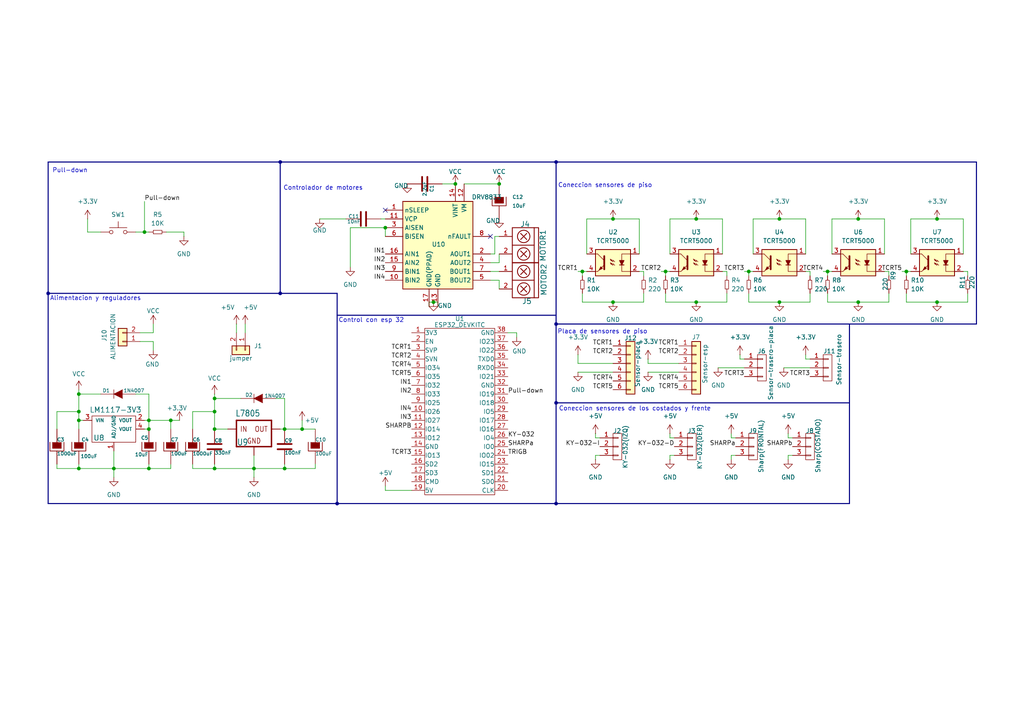
<source format=kicad_sch>
(kicad_sch (version 20231120) (generator "eeschema") (generator_version "8.0")
  (paper "A4")
  (lib_symbols
    (symbol "Connector_Generic:Conn_01x02" (pin_names (offset 1.016) hide)
      (property "Reference" "J" (at 0 2.54 0))
      (property "Value" "Conn_01x02" (at 0 -5.08 0))
      (symbol "Conn_01x02_1_1"
        (pin passive line (at -5.08 0 0) (length 3.81) (name "Pin_1") (number "1"))
        (pin passive line (at -5.08 -2.54 0) (length 3.81) (name "Pin_2") (number "2"))
      )
    )
    (symbol "EESTN5:C" (pin_numbers hide) (pin_names (offset 0.254))
      (property "Reference" "C" (at 0 2.54 0))
      (property "Value" "C" (at 0.1524 -2.159 0))
      (symbol "C_1_1"
        (pin passive line (at 0 5.08 270) (length 4.318) (name "~") (number "1"))
        (pin passive line (at 0 -5.08 90) (length 4.318) (name "~") (number "2"))
      )
    )
    (symbol "EESTN5:CAPAPOL" (pin_numbers hide) (pin_names (offset 0.254) hide)
      (property "Reference" "C" (at 1.27 2.54 0))
      (property "Value" "CAPAPOL" (at 1.27 -2.54 0))
      (symbol "CAPAPOL_1_1"
        (pin passive line (at 0 5.08 270) (length 3.81) (name "~") (number "1"))
        (pin passive line (at 0 -5.08 90) (length 3.81) (name "~") (number "2"))
      )
    )
    (symbol "EESTN5:CONN_01X03" (pin_names (offset 1.016) hide)
      (property "Reference" "J" (at 0 5.08 0))
      (property "Value" "CONN_01X03" (at 2.54 0 90))
      (symbol "CONN_01X03_1_1"
        (pin passive line (at -5.08 2.54 0) (length 3.81) (name "P1") (number "1"))
        (pin passive line (at -5.08 0 0) (length 3.81) (name "P2") (number "2"))
        (pin passive line (at -5.08 -2.54 0) (length 3.81) (name "P3") (number "3"))
      )
    )
    (symbol "EESTN5:Conn_01x06" (pin_names (offset 1.016) hide)
      (property "Reference" "J" (at 0 7.62 0))
      (property "Value" "Conn_01x06" (at 0 -10.16 0))
      (symbol "Conn_01x06_1_1"
        (pin passive line (at -5.08 5.08 0) (length 3.81) (name "Pin_1") (number "1"))
        (pin passive line (at -5.08 2.54 0) (length 3.81) (name "Pin_2") (number "2"))
        (pin passive line (at -5.08 0 0) (length 3.81) (name "Pin_3") (number "3"))
        (pin passive line (at -5.08 -2.54 0) (length 3.81) (name "Pin_4") (number "4"))
        (pin passive line (at -5.08 -5.08 0) (length 3.81) (name "Pin_5") (number "5"))
        (pin passive line (at -5.08 -7.62 0) (length 3.81) (name "Pin_6") (number "6"))
      )
    )
    (symbol "EESTN5:DIODE" (pin_numbers hide) (pin_names (offset 1.016) hide)
      (property "Reference" "D" (at 0 2.54 0))
      (property "Value" "DIODE" (at 0 -2.54 0))
      (symbol "DIODE_1_1"
        (pin passive line (at -5.08 0 0) (length 3.81) (name "A") (number "1"))
        (pin passive line (at 5.08 0 180) (length 3.81) (name "K") (number "2"))
      )
    )
    (symbol "EESTN5:DRV8833_SMD"
      (property "Reference" "U" (at 0 13.716 0))
      (symbol "DRV8833_SMD_1_1"
        (pin input line (at -15.24 10.16 0) (length 5.08) (name "nSLEEP") (number "1"))
        (pin input line (at -15.24 -10.16 0) (length 5.08) (name "BIN2") (number "10"))
        (pin bidirectional line (at -15.24 7.62 0) (length 5.08) (name "VCP") (number "11"))
        (pin power_in line (at 7.62 17.78 270) (length 5.08) (name "VM") (number "12"))
        (pin power_in line (at 0 -17.78 90) (length 5.08) (name "GND") (number "13"))
        (pin power_in line (at 5.08 17.78 270) (length 5.08) (name "VINT") (number "14"))
        (pin input line (at -15.24 -5.08 0) (length 5.08) (name "AIN2") (number "15"))
        (pin input line (at -15.24 -2.54 0) (length 5.08) (name "AIN1") (number "16"))
        (pin power_in line (at -2.54 -17.78 90) (length 5.08) (name "GND(PPAD)") (number "17"))
        (pin power_out line (at 15.24 -2.54 180) (length 5.08) (name "AOUT1") (number "2"))
        (pin bidirectional line (at -15.24 5.08 0) (length 5.08) (name "AISEN") (number "3"))
        (pin power_out line (at 15.24 -5.08 180) (length 5.08) (name "AOUT2") (number "4"))
        (pin power_out line (at 15.24 -10.16 180) (length 5.08) (name "BOUT2") (number "5"))
        (pin bidirectional line (at -15.24 2.54 0) (length 5.08) (name "BISEN") (number "6"))
        (pin power_out line (at 15.24 -7.62 180) (length 5.08) (name "BOUT1") (number "7"))
        (pin open_collector line (at 15.24 2.54 180) (length 5.08) (name "nFAULT") (number "8"))
        (pin input line (at -15.24 -7.62 0) (length 5.08) (name "BIN1") (number "9"))
      )
    )
    (symbol "EESTN5:ESP32_DEVKITC" (pin_names (offset 0.0254))
      (property "Reference" "U" (at 0 25.4 0))
      (property "Value" "ESP32_DEVKITC" (at 0 -25.4 0))
      (symbol "ESP32_DEVKITC_1_1"
        (pin passive line (at -13.97 22.86 0) (length 3.81) (name "3V3") (number "1"))
        (pin passive line (at -13.97 0 0) (length 3.81) (name "IO26") (number "10"))
        (pin passive line (at -13.97 -2.54 0) (length 3.81) (name "IO27") (number "11"))
        (pin passive line (at -13.97 -5.08 0) (length 3.81) (name "IO14") (number "12"))
        (pin passive line (at -13.97 -7.62 0) (length 3.81) (name "IO12") (number "13"))
        (pin passive line (at -13.97 -10.16 0) (length 3.81) (name "GND") (number "14"))
        (pin passive line (at -13.97 -12.7 0) (length 3.81) (name "IO13") (number "15"))
        (pin passive line (at -13.97 -15.24 0) (length 3.81) (name "SD2") (number "16"))
        (pin passive line (at -13.97 -17.78 0) (length 3.81) (name "SD3") (number "17"))
        (pin passive line (at -13.97 -20.32 0) (length 3.81) (name "CMD") (number "18"))
        (pin passive line (at -13.97 -22.86 0) (length 3.81) (name "5V") (number "19"))
        (pin passive line (at -13.97 20.32 0) (length 3.81) (name "EN") (number "2"))
        (pin passive line (at 13.97 -22.86 180) (length 3.81) (name "CLK") (number "20"))
        (pin passive line (at 13.97 -20.32 180) (length 3.81) (name "SD0") (number "21"))
        (pin passive line (at 13.97 -17.78 180) (length 3.81) (name "SD1") (number "22"))
        (pin passive line (at 13.97 -15.24 180) (length 3.81) (name "IO15") (number "23"))
        (pin passive line (at 13.97 -12.7 180) (length 3.81) (name "IO02") (number "24"))
        (pin passive line (at 13.97 -10.16 180) (length 3.81) (name "IO0") (number "25"))
        (pin passive line (at 13.97 -7.62 180) (length 3.81) (name "IO4") (number "26"))
        (pin passive line (at 13.97 -5.08 180) (length 3.81) (name "IO16") (number "27"))
        (pin passive line (at 13.97 -2.54 180) (length 3.81) (name "IO17") (number "28"))
        (pin passive line (at 13.97 0 180) (length 3.81) (name "IO5") (number "29"))
        (pin passive line (at -13.97 17.78 0) (length 3.81) (name "SVP") (number "3"))
        (pin passive line (at 13.97 2.54 180) (length 3.81) (name "IO18") (number "30"))
        (pin passive line (at 13.97 5.08 180) (length 3.81) (name "IO19") (number "31"))
        (pin passive line (at 13.97 7.62 180) (length 3.81) (name "GND") (number "32"))
        (pin passive line (at 13.97 10.16 180) (length 3.81) (name "IO21") (number "33"))
        (pin passive line (at 13.97 12.7 180) (length 3.81) (name "RXD0") (number "34"))
        (pin passive line (at 13.97 15.24 180) (length 3.81) (name "TXD0") (number "35"))
        (pin passive line (at 13.97 17.78 180) (length 3.81) (name "IO22") (number "36"))
        (pin passive line (at 13.97 20.32 180) (length 3.81) (name "IO23") (number "37"))
        (pin passive line (at 13.97 22.86 180) (length 3.81) (name "GND") (number "38"))
        (pin passive line (at -13.97 15.24 0) (length 3.81) (name "SVN") (number "4"))
        (pin passive line (at -13.97 12.7 0) (length 3.81) (name "IO34") (number "5"))
        (pin passive line (at -13.97 10.16 0) (length 3.81) (name "IO35") (number "6"))
        (pin passive line (at -13.97 7.62 0) (length 3.81) (name "IO32") (number "7"))
        (pin passive line (at -13.97 5.08 0) (length 3.81) (name "IO33") (number "8"))
        (pin passive line (at -13.97 2.54 0) (length 3.81) (name "IO25") (number "9"))
      )
    )
    (symbol "EESTN5:LM1117-SOT" (pin_names (offset 1.016))
      (property "Reference" "U" (at 0 5.08 0))
      (property "Value" "LM1117-SOT" (at 0 2.54 0))
      (property "Datasheet" "http://www.mouser.com/ds/2/282/lm1117-n-7107.pdf" (at 0 0 0))
      (symbol "LM1117-SOT_1_1"
        (pin input line (at 0 -8.89 90) (length 2.54) (name "ADJ/GND") (number "1"))
        (pin input line (at 8.89 0 180) (length 2.54) (name "VOUT") (number "2"))
        (pin input line (at -8.89 0 0) (length 2.54) (name "VIN") (number "3"))
        (pin input line (at 8.89 -2.54 180) (length 2.54) (name "VOUT") (number "4"))
      )
    )
    (symbol "EESTN5:R" (pin_numbers hide) (pin_names (offset 0))
      (property "Reference" "R" (at -1.27 0 90))
      (property "Value" "R" (at 1.27 0 90))
      (symbol "R_1_1"
        (pin passive line (at 0 2.54 270) (length 1.27) (name "~") (number "1"))
        (pin passive line (at 0 -2.54 90) (length 1.27) (name "~") (number "2"))
      )
    )
    (symbol "EESTN5:SW_Push" (pin_numbers hide) (pin_names (offset 1.016) hide)
      (property "Reference" "SW" (at 1.27 2.54 0))
      (symbol "SW_Push_0_1"
        (pin passive line (at -5.08 0 0) (length 2.54) (name "1") (number "1"))
        (pin passive line (at 5.08 0 180) (length 2.54) (name "2") (number "2"))
      )
    )
    (symbol "EESTN5:TB_1X2" (pin_names (offset 1.016))
      (property "Reference" "J" (at 0 7.62 0))
      (property "Value" "TB_1X2" (at 1.27 -7.62 0))
      (symbol "TB_1X2_1_1"
        (pin input line (at 8.89 2.54 180) (length 3.81) (name "~") (number "1"))
        (pin input line (at 8.89 -2.54 180) (length 3.81) (name "~") (number "2"))
      )
    )
    (symbol "EESTN5:TCRT5000" (pin_names (offset 1.016))
      (property "Reference" "U" (at -5.08 5.08 0))
      (property "Value" "TCRT5000" (at 0 5.08 0))
      (symbol "TCRT5000_1_1"
        (pin passive line (at -7.62 2.54 0) (length 2.54) (name "~") (number "1"))
        (pin passive line (at -7.62 -2.54 0) (length 2.54) (name "~") (number "2"))
        (pin passive line (at 7.62 2.54 180) (length 2.54) (name "~") (number "3"))
        (pin passive line (at 7.62 -2.54 180) (length 2.54) (name "~") (number "4"))
      )
    )
    (symbol "bt_regulator:78XX-TO220H"
      (property "Reference" "U" (at -5.08 3.302 0))
      (symbol "78XX-TO220H_1_0"
        (text "GND" (at 0 -4.318 0) (effects (font (size 1.524 1.2954)) (justify bottom)))
        (text "IN" (at -4.064 0 0) (effects (font (size 1.524 1.2954)) (justify left)))
        (text "OUT" (at 4.064 0 0) (effects (font (size 1.524 1.2954)) (justify right)))
        (pin power_in line (at -7.62 0 0) (length 2.54) (name "VIN") (number "1"))
        (pin power_in line (at 0 -7.62 90) (length 2.54) (name "GND") (number "2"))
        (pin power_in line (at 7.62 0 180) (length 2.54) (name "VOUT") (number "3"))
      )
    )
    (symbol "power:+3.3V" (power) (pin_numbers hide) (pin_names (offset 0) hide)
      (property "Value" "+3.3V" (at 0 3.556 0))
      (symbol "+3.3V_1_1"
        (pin power_in line (at 0 0 90) (length 0) (name "~") (number "1"))
      )
    )
    (symbol "power:+5V" (power) (pin_numbers hide) (pin_names (offset 0) hide)
      (property "Value" "+5V" (at 0 3.556 0))
      (symbol "+5V_1_1"
        (pin power_in line (at 0 0 90) (length 0) (name "~") (number "1"))
      )
    )
    (symbol "power:GND" (power) (pin_numbers hide) (pin_names (offset 0) hide)
      (property "Value" "GND" (at 0 -3.81 0))
      (symbol "GND_1_1"
        (pin power_in line (at 0 0 270) (length 0) (name "~") (number "1"))
      )
    )
    (symbol "power:VCC" (power) (pin_numbers hide) (pin_names (offset 0) hide)
      (property "Value" "VCC" (at 0 3.556 0))
      (symbol "VCC_1_1"
        (pin power_in line (at 0 0 90) (length 0) (name "~") (number "1"))
      )
    )
  )
  (junction (at 33.02 135.89))
  (junction (at 201.93 63.5))
  (junction (at 161.29 46.99))
  (junction (at 177.8 87.63))
  (junction (at 262.89 78.74))
  (junction (at 132.08 53.34))
  (junction (at 81.28 46.99))
  (junction (at 240.03 78.74))
  (junction (at 22.86 114.3))
  (junction (at 161.29 116.84))
  (junction (at 62.23 124.46))
  (junction (at 271.78 87.63))
  (junction (at 177.8 63.5))
  (junction (at 248.92 63.5))
  (junction (at 62.23 115.57))
  (junction (at 193.04 78.74))
  (junction (at 226.06 63.5))
  (junction (at 82.55 124.46))
  (junction (at 97.79 146.05))
  (junction (at 248.92 87.63))
  (junction (at 201.93 87.63))
  (junction (at 271.78 63.5))
  (junction (at 62.23 135.89))
  (junction (at 82.55 135.89))
  (junction (at 161.29 146.05))
  (junction (at 22.86 135.89))
  (junction (at 43.18 121.92))
  (junction (at 62.23 119.38))
  (junction (at 125.73 87.63))
  (junction (at 226.06 87.63))
  (junction (at 43.18 124.46))
  (junction (at 111.76 66.04))
  (junction (at 13.97 85.09))
  (junction (at 81.28 85.09))
  (junction (at 49.53 121.92))
  (junction (at 144.78 53.34))
  (junction (at 22.86 121.92))
  (junction (at 217.17 78.74))
  (junction (at 41.91 67.31))
  (junction (at 87.63 124.46))
  (junction (at 22.86 119.38))
  (junction (at 43.18 135.89))
  (junction (at 73.66 135.89))
  (junction (at 168.91 78.74))
  (junction (at 161.29 93.98))
  (no_connect (at 111.76 60.96))
  (no_connect (at 142.24 68.58))
  (wire (pts (xy 142.24 81.28) (xy 144.78 81.28)))
  (wire (pts (xy 241.3 78.74) (xy 240.03 78.74)))
  (wire (pts (xy 186.69 85.09) (xy 186.69 87.63)))
  (wire (pts (xy 111.76 140.97) (xy 111.76 142.24)))
  (wire (pts (xy 22.86 114.3) (xy 29.21 114.3)))
  (bus (pts (xy 13.97 146.05) (xy 97.79 146.05)))
  (wire (pts (xy 186.69 87.63) (xy 177.8 87.63)))
  (wire (pts (xy 124.46 88.9) (xy 124.46 87.63)))
  (wire (pts (xy 217.17 78.74) (xy 217.17 80.01)))
  (wire (pts (xy 271.78 63.5) (xy 279.4 63.5)))
  (wire (pts (xy 172.72 132.08) (xy 172.72 133.35)))
  (wire (pts (xy 33.02 135.89) (xy 33.02 138.43)))
  (bus (pts (xy 161.29 93.98) (xy 283.21 93.98)))
  (wire (pts (xy 71.12 93.98) (xy 71.12 96.52)))
  (wire (pts (xy 25.4 67.31) (xy 29.21 67.31)))
  (wire (pts (xy 167.64 105.41) (xy 177.8 105.41)))
  (wire (pts (xy 82.55 135.89) (xy 91.44 135.89)))
  (wire (pts (xy 241.3 63.5) (xy 241.3 73.66)))
  (wire (pts (xy 210.82 78.74) (xy 210.82 80.01)))
  (wire (pts (xy 144.78 68.58) (xy 143.51 68.58)))
  (wire (pts (xy 193.04 85.09) (xy 193.04 87.63)))
  (wire (pts (xy 229.87 132.08) (xy 228.6 132.08)))
  (bus (pts (xy 161.29 146.05) (xy 97.79 146.05)))
  (wire (pts (xy 195.58 132.08) (xy 194.31 132.08)))
  (wire (pts (xy 170.18 63.5) (xy 177.8 63.5)))
  (wire (pts (xy 101.6 66.04) (xy 101.6 77.47)))
  (wire (pts (xy 87.63 124.46) (xy 91.44 124.46)))
  (wire (pts (xy 43.18 114.3) (xy 43.18 121.92)))
  (wire (pts (xy 62.23 135.89) (xy 73.66 135.89)))
  (wire (pts (xy 193.04 87.63) (xy 201.93 87.63)))
  (wire (pts (xy 215.9 78.74) (xy 217.17 78.74)))
  (wire (pts (xy 22.86 113.03) (xy 22.86 114.3)))
  (bus (pts (xy 13.97 46.99) (xy 13.97 85.09)))
  (wire (pts (xy 80.01 115.57) (xy 82.55 115.57)))
  (wire (pts (xy 228.6 132.08) (xy 228.6 133.35)))
  (wire (pts (xy 172.72 127) (xy 172.72 125.73)))
  (wire (pts (xy 215.9 104.14) (xy 214.63 104.14)))
  (wire (pts (xy 280.67 85.09) (xy 280.67 87.63)))
  (wire (pts (xy 62.23 119.38) (xy 62.23 124.46)))
  (wire (pts (xy 234.95 78.74) (xy 234.95 80.01)))
  (wire (pts (xy 22.86 121.92) (xy 22.86 124.46)))
  (wire (pts (xy 248.92 63.5) (xy 256.54 63.5)))
  (wire (pts (xy 218.44 63.5) (xy 218.44 73.66)))
  (wire (pts (xy 167.64 102.87) (xy 167.64 105.41)))
  (wire (pts (xy 16.51 124.46) (xy 16.51 119.38)))
  (wire (pts (xy 143.51 73.66) (xy 142.24 73.66)))
  (wire (pts (xy 82.55 124.46) (xy 87.63 124.46)))
  (wire (pts (xy 170.18 63.5) (xy 170.18 73.66)))
  (wire (pts (xy 81.28 124.46) (xy 82.55 124.46)))
  (wire (pts (xy 170.18 78.74) (xy 168.91 78.74)))
  (bus (pts (xy 246.38 93.98) (xy 246.38 146.05)))
  (wire (pts (xy 82.55 115.57) (xy 82.55 124.46)))
  (wire (pts (xy 238.76 78.74) (xy 240.03 78.74)))
  (wire (pts (xy 234.95 104.14) (xy 233.68 104.14)))
  (wire (pts (xy 240.03 85.09) (xy 240.03 87.63)))
  (wire (pts (xy 234.95 85.09) (xy 234.95 87.63)))
  (wire (pts (xy 227.33 106.68) (xy 234.95 106.68)))
  (wire (pts (xy 167.64 78.74) (xy 168.91 78.74)))
  (wire (pts (xy 16.51 135.89) (xy 22.86 135.89)))
  (wire (pts (xy 167.64 107.95) (xy 177.8 107.95)))
  (bus (pts (xy 161.29 93.98) (xy 161.29 116.84)))
  (wire (pts (xy 111.76 63.5) (xy 110.49 63.5)))
  (wire (pts (xy 214.63 104.14) (xy 214.63 102.87)))
  (wire (pts (xy 62.23 124.46) (xy 66.04 124.46)))
  (wire (pts (xy 226.06 63.5) (xy 233.68 63.5)))
  (wire (pts (xy 262.89 87.63) (xy 271.78 87.63)))
  (wire (pts (xy 53.34 67.31) (xy 53.34 68.58)))
  (wire (pts (xy 73.66 138.43) (xy 73.66 135.89)))
  (wire (pts (xy 212.09 127) (xy 212.09 125.73)))
  (wire (pts (xy 168.91 78.74) (xy 168.91 80.01)))
  (wire (pts (xy 49.53 121.92) (xy 52.07 121.92)))
  (wire (pts (xy 218.44 63.5) (xy 226.06 63.5)))
  (wire (pts (xy 40.64 96.52) (xy 44.45 96.52)))
  (wire (pts (xy 125.73 87.63) (xy 127 87.63)))
  (wire (pts (xy 217.17 85.09) (xy 217.17 87.63)))
  (wire (pts (xy 62.23 135.89) (xy 62.23 134.62)))
  (wire (pts (xy 22.86 119.38) (xy 22.86 121.92)))
  (wire (pts (xy 111.76 142.24) (xy 119.38 142.24)))
  (bus (pts (xy 161.29 116.84) (xy 246.38 116.84)))
  (wire (pts (xy 144.78 81.28) (xy 144.78 83.82)))
  (wire (pts (xy 213.36 132.08) (xy 212.09 132.08)))
  (wire (pts (xy 228.6 127) (xy 228.6 125.73)))
  (wire (pts (xy 33.02 130.81) (xy 33.02 135.89)))
  (wire (pts (xy 256.54 73.66) (xy 256.54 63.5)))
  (bus (pts (xy 97.79 91.44) (xy 161.29 91.44)))
  (wire (pts (xy 191.77 78.74) (xy 193.04 78.74)))
  (wire (pts (xy 144.78 76.2) (xy 144.78 73.66)))
  (wire (pts (xy 100.33 63.5) (xy 92.71 63.5)))
  (wire (pts (xy 149.86 97.79) (xy 149.86 96.52)))
  (bus (pts (xy 81.28 46.99) (xy 81.28 85.09)))
  (wire (pts (xy 55.88 124.46) (xy 55.88 119.38)))
  (wire (pts (xy 213.36 127) (xy 212.09 127)))
  (wire (pts (xy 173.99 127) (xy 172.72 127)))
  (wire (pts (xy 127 88.9) (xy 127 87.63)))
  (wire (pts (xy 187.96 107.95) (xy 196.85 107.95)))
  (bus (pts (xy 161.29 46.99) (xy 161.29 93.98)))
  (wire (pts (xy 168.91 85.09) (xy 168.91 87.63)))
  (bus (pts (xy 161.29 116.84) (xy 161.29 146.05)))
  (wire (pts (xy 142.24 76.2) (xy 144.78 76.2)))
  (wire (pts (xy 264.16 63.5) (xy 264.16 73.66)))
  (wire (pts (xy 49.53 135.89) (xy 43.18 135.89)))
  (wire (pts (xy 55.88 134.62) (xy 55.88 135.89)))
  (wire (pts (xy 233.68 73.66) (xy 233.68 63.5)))
  (wire (pts (xy 62.23 115.57) (xy 62.23 119.38)))
  (wire (pts (xy 195.58 127) (xy 194.31 127)))
  (wire (pts (xy 25.4 63.5) (xy 25.4 67.31)))
  (wire (pts (xy 39.37 114.3) (xy 43.18 114.3)))
  (wire (pts (xy 49.53 134.62) (xy 49.53 135.89)))
  (wire (pts (xy 193.04 78.74) (xy 193.04 80.01)))
  (wire (pts (xy 68.58 93.98) (xy 68.58 96.52)))
  (wire (pts (xy 261.62 78.74) (xy 262.89 78.74)))
  (wire (pts (xy 73.66 132.08) (xy 73.66 135.89)))
  (bus (pts (xy 97.79 85.09) (xy 97.79 146.05)))
  (wire (pts (xy 194.31 63.5) (xy 194.31 73.66)))
  (bus (pts (xy 81.28 46.99) (xy 161.29 46.99)))
  (wire (pts (xy 49.53 121.92) (xy 49.53 124.46)))
  (wire (pts (xy 40.64 99.06) (xy 44.45 99.06)))
  (wire (pts (xy 209.55 78.74) (xy 210.82 78.74)))
  (wire (pts (xy 217.17 87.63) (xy 226.06 87.63)))
  (wire (pts (xy 168.91 87.63) (xy 177.8 87.63)))
  (wire (pts (xy 279.4 78.74) (xy 280.67 78.74)))
  (wire (pts (xy 194.31 78.74) (xy 193.04 78.74)))
  (wire (pts (xy 55.88 135.89) (xy 62.23 135.89)))
  (wire (pts (xy 280.67 78.74) (xy 280.67 80.01)))
  (wire (pts (xy 43.18 121.92) (xy 41.91 121.92)))
  (wire (pts (xy 241.3 63.5) (xy 248.92 63.5)))
  (wire (pts (xy 264.16 63.5) (xy 271.78 63.5)))
  (wire (pts (xy 43.18 135.89) (xy 43.18 134.62)))
  (wire (pts (xy 124.46 87.63) (xy 125.73 87.63)))
  (wire (pts (xy 210.82 85.09) (xy 210.82 87.63)))
  (wire (pts (xy 48.26 67.31) (xy 53.34 67.31)))
  (bus (pts (xy 13.97 46.99) (xy 81.28 46.99)))
  (wire (pts (xy 234.95 87.63) (xy 226.06 87.63)))
  (wire (pts (xy 233.68 104.14) (xy 233.68 102.87)))
  (wire (pts (xy 33.02 135.89) (xy 43.18 135.89)))
  (wire (pts (xy 262.89 85.09) (xy 262.89 87.63)))
  (wire (pts (xy 16.51 134.62) (xy 16.51 135.89)))
  (wire (pts (xy 142.24 78.74) (xy 144.78 78.74)))
  (bus (pts (xy 161.29 46.99) (xy 283.21 46.99)))
  (wire (pts (xy 82.55 134.62) (xy 82.55 135.89)))
  (wire (pts (xy 187.96 105.41) (xy 196.85 105.41)))
  (wire (pts (xy 41.91 58.42) (xy 41.91 67.31)))
  (wire (pts (xy 41.91 67.31) (xy 43.18 67.31)))
  (wire (pts (xy 87.63 121.92) (xy 87.63 124.46)))
  (wire (pts (xy 209.55 73.66) (xy 209.55 63.5)))
  (wire (pts (xy 62.23 115.57) (xy 69.85 115.57)))
  (bus (pts (xy 13.97 85.09) (xy 81.28 85.09)))
  (wire (pts (xy 218.44 78.74) (xy 217.17 78.74)))
  (wire (pts (xy 185.42 78.74) (xy 186.69 78.74)))
  (wire (pts (xy 194.31 127) (xy 194.31 125.73)))
  (wire (pts (xy 212.09 132.08) (xy 212.09 133.35)))
  (wire (pts (xy 279.4 73.66) (xy 279.4 63.5)))
  (wire (pts (xy 208.28 106.68) (xy 215.9 106.68)))
  (wire (pts (xy 16.51 119.38) (xy 22.86 119.38)))
  (wire (pts (xy 233.68 78.74) (xy 234.95 78.74)))
  (wire (pts (xy 194.31 63.5) (xy 201.93 63.5)))
  (wire (pts (xy 194.31 132.08) (xy 194.31 133.35)))
  (wire (pts (xy 44.45 99.06) (xy 44.45 101.6)))
  (wire (pts (xy 134.62 53.34) (xy 144.78 53.34)))
  (wire (pts (xy 43.18 121.92) (xy 49.53 121.92)))
  (wire (pts (xy 256.54 78.74) (xy 257.81 78.74)))
  (wire (pts (xy 201.93 63.5) (xy 209.55 63.5)))
  (wire (pts (xy 39.37 67.31) (xy 41.91 67.31)))
  (wire (pts (xy 280.67 87.63) (xy 271.78 87.63)))
  (bus (pts (xy 13.97 85.09) (xy 13.97 146.05)))
  (wire (pts (xy 264.16 78.74) (xy 262.89 78.74)))
  (wire (pts (xy 257.81 78.74) (xy 257.81 80.01)))
  (wire (pts (xy 91.44 134.62) (xy 91.44 135.89)))
  (wire (pts (xy 177.8 63.5) (xy 185.42 63.5)))
  (wire (pts (xy 210.82 87.63) (xy 201.93 87.63)))
  (wire (pts (xy 22.86 114.3) (xy 22.86 119.38)))
  (wire (pts (xy 43.18 121.92) (xy 43.18 124.46)))
  (wire (pts (xy 111.76 66.04) (xy 101.6 66.04)))
  (wire (pts (xy 240.03 87.63) (xy 248.92 87.63)))
  (wire (pts (xy 44.45 96.52) (xy 44.45 93.98)))
  (wire (pts (xy 229.87 127) (xy 228.6 127)))
  (wire (pts (xy 149.86 96.52) (xy 147.32 96.52)))
  (wire (pts (xy 111.76 66.04) (xy 111.76 68.58)))
  (wire (pts (xy 22.86 121.92) (xy 24.13 121.92)))
  (wire (pts (xy 187.96 104.14) (xy 187.96 105.41)))
  (wire (pts (xy 143.51 68.58) (xy 143.51 73.66)))
  (wire (pts (xy 257.81 85.09) (xy 257.81 87.63)))
  (wire (pts (xy 22.86 135.89) (xy 33.02 135.89)))
  (wire (pts (xy 262.89 78.74) (xy 262.89 80.01)))
  (bus (pts (xy 81.28 85.09) (xy 97.79 85.09)))
  (wire (pts (xy 257.81 87.63) (xy 248.92 87.63)))
  (wire (pts (xy 185.42 73.66) (xy 185.42 63.5)))
  (wire (pts (xy 22.86 135.89) (xy 22.86 134.62)))
  (wire (pts (xy 62.23 114.3) (xy 62.23 115.57)))
  (wire (pts (xy 240.03 78.74) (xy 240.03 80.01)))
  (wire (pts (xy 43.18 124.46) (xy 41.91 124.46)))
  (bus (pts (xy 283.21 46.99) (xy 283.21 93.98)))
  (wire (pts (xy 173.99 132.08) (xy 172.72 132.08)))
  (wire (pts (xy 73.66 135.89) (xy 82.55 135.89)))
  (wire (pts (xy 186.69 78.74) (xy 186.69 80.01)))
  (wire (pts (xy 55.88 119.38) (xy 62.23 119.38)))
  (wire (pts (xy 128.27 53.34) (xy 132.08 53.34)))
  (bus (pts (xy 161.29 146.05) (xy 246.38 146.05)))
  (text "Alimentacion y reguladores \n" (at 28.194 86.614 0) (effects (font (size 1.27 1.27))))
  (text "Controlador de motores\n" (at 93.726 54.61 0) (effects (font (size 1.27 1.27))))
  (text "Pull-down" (at 20.32 49.53 0) (effects (font (size 1.27 1.27))))
  (text "Control con esp 32\n" (at 107.696 92.964 0) (effects (font (size 1.27 1.27))))
  (text "Coneccion sensores de los costados y frente\n" (at 184.15 118.618 0) (effects (font (size 1.27 1.27))))
  (text "Placa de sensores de piso\n" (at 174.752 96.266 0) (effects (font (size 1.27 1.27))))
  (text "Coneccion sensores de piso\n\n" (at 175.514 54.864 0) (effects (font (size 1.27 1.27))))
  (label "SHARPB" (at 119.38 124.46 180))
  (label "TCRT2" (at 119.38 104.14 180))
  (label "IN2" (at 111.76 76.2 180))
  (label "IN1" (at 111.76 73.66 180))
  (label "IN3" (at 111.76 78.74 180))
  (label "TCRT3" (at 234.95 109.22 180))
  (label "TCRT4" (at 238.76 78.74 180))
  (label "KY-032-D" (at 195.58 129.54 180))
  (label "TCRT2" (at 191.77 78.74 180))
  (label "IN3" (at 119.38 121.92 180))
  (label "TCRT4" (at 119.38 106.68 180))
  (label "SHARPa" (at 147.32 129.54 0))
  (label "IN4" (at 119.38 119.38 180))
  (label "TCRT2" (at 177.8 102.87 180))
  (label "TCRT4" (at 196.85 110.49 180))
  (label "TCRT5" (at 261.62 78.74 180))
  (label "TCRT5" (at 196.85 113.03 180))
  (label "TCRT3" (at 215.9 109.22 180))
  (label "SHARPb" (at 229.87 129.54 180))
  (label "TCRT3" (at 119.38 132.08 180))
  (label "TCRT5" (at 119.38 109.22 180))
  (label "TCRT3" (at 215.9 78.74 180))
  (label "TCRT5" (at 177.8 113.03 180))
  (label "KY-032" (at 147.32 127 0))
  (label "IN4" (at 111.76 81.28 180))
  (label "TCRT1" (at 177.8 100.33 180))
  (label "IN1" (at 119.38 111.76 180))
  (label "KY-032-I" (at 173.99 129.54 180))
  (label "TCRT1" (at 196.85 100.33 180))
  (label "TCRT1" (at 167.64 78.74 180))
  (label "TCRT2" (at 196.85 102.87 180))
  (label "SHARPa" (at 213.36 129.54 180))
  (label "IN2" (at 119.38 114.3 180))
  (label "TRIGB" (at 147.32 132.08 0))
  (label "TCRT4" (at 177.8 110.49 180))
  (label "Pull-down" (at 147.32 114.3 0))
  (label "Pull-down" (at 41.91 58.42 0))
  (label "TCRT1" (at 119.38 101.6 180))
  (symbol (lib_id "power:VCC") (at 22.86 113.03 0) (unit 1)
    (property "Reference" "#PWR05" (effects (hide yes)))
    (property "Value" "VCC" (at 22.86 108.458 0))
    (property "Description" "Power symbol creates a global label with name \"VCC\"" (effects (hide yes)))
  )
  (symbol (lib_id "power:GND") (at 44.45 101.6 0) (unit 1)
    (property "Reference" "#PWR07" (effects (hide yes)))
    (property "Value" "GND" (at 44.196 105.664 0))
    (property "Description" "Power symbol creates a global label with name \"GND\" , ground" (effects (hide yes)))
  )
  (symbol (lib_id "power:GND") (at 194.31 133.35 0) (mirror y) (unit 1)
    (property "Reference" "#PWR020" (effects (hide yes)))
    (property "Value" "GND" (at 194.31 138.43 0))
    (property "Description" "Power symbol creates a global label with name \"GND\" , ground" (effects (hide yes)))
  )
  (symbol (lib_id "EESTN5:C") (at 62.23 129.54 0) (unit 1)
    (property "Reference" "C8" (at 62.23 127.762 0) (effects (font (size 1.016 1.016)) (justify left)))
    (property "Value" "330nF" (at 62.23 131.318 0) (effects (font (size 1.016 1.016)) (justify left)))
    (property "Footprint" "EESTN5:C_0805" (effects (hide yes)))
  )
  (symbol (lib_id "EESTN5:CAPAPOL") (at 43.18 129.54 0) (unit 1)
    (property "Reference" "C5" (at 40.894 127 0) (effects (font (size 1.016 1.016)) (justify left)))
    (property "Value" "10uF" (at 39.116 131.826 0) (effects (font (size 1.016 1.016)) (justify left)))
    (property "Footprint" "Capacitor_SMD:CP_Elec_4x5.4" (effects (hide yes)))
  )
  (symbol (lib_id "power:GND") (at 248.92 87.63 0) (unit 1)
    (property "Reference" "#PWR038" (effects (hide yes)))
    (property "Value" "GND" (at 248.92 92.71 0))
    (property "Description" "Power symbol creates a global label with name \"GND\" , ground" (effects (hide yes)))
  )
  (symbol (lib_id "EESTN5:CAPAPOL") (at 49.53 129.54 0) (unit 1)
    (property "Reference" "C7" (at 49.53 127.508 0) (effects (font (size 1.016 1.016)) (justify left)))
    (property "Value" "100uF" (at 49.53 131.572 0) (effects (font (size 1.016 1.016)) (justify left)))
    (property "Footprint" "Capacitor_SMD:CP_Elec_8x10.5" (effects (hide yes)))
  )
  (symbol (lib_id "power:GND") (at 227.33 106.68 0) (unit 1)
    (property "Reference" "#PWR035" (effects (hide yes)))
    (property "Value" "GND" (at 227.33 111.76 0))
    (property "Description" "Power symbol creates a global label with name \"GND\" , ground" (effects (hide yes)))
  )
  (symbol (lib_id "power:+3.3V") (at 177.8 63.5 0) (unit 1)
    (property "Reference" "#PWR01" (effects (hide yes)))
    (property "Value" "+3.3V" (at 177.8 58.42 0))
    (property "Description" "Power symbol creates a global label with name \"+3.3V\"" (effects (hide yes)))
  )
  (symbol (lib_id "EESTN5:DRV8833_SMD") (at 127 71.12 0) (unit 1)
    (property "Reference" "U10" (at 125.222 70.866 0) (effects (justify left)))
    (property "Value" "DRV8833" (at 136.8141 57.15 0) (effects (justify left)))
    (property "Footprint" "EESTN5:DRV8833_SMD" (effects (hide yes)))
  )
  (symbol (lib_id "power:GND") (at 101.6 77.47 0) (unit 1)
    (property "Reference" "#PWR045" (effects (hide yes)))
    (property "Value" "GND" (at 101.6 82.55 0))
    (property "Description" "Power symbol creates a global label with name \"GND\" , ground" (effects (hide yes)))
  )
  (symbol (lib_id "power:GND") (at 73.66 138.43 0) (unit 1)
    (property "Reference" "#PWR011" (effects (hide yes)))
    (property "Value" "GND" (at 73.66 143.51 0))
    (property "Description" "Power symbol creates a global label with name \"GND\" , ground" (effects (hide yes)))
  )
  (symbol (lib_id "EESTN5:CAPAPOL") (at 55.88 129.54 0) (unit 1)
    (property "Reference" "C6" (at 55.88 127.508 0) (effects (font (size 1.016 1.016)) (justify left)))
    (property "Value" "1000uF" (at 55.88 131.572 0) (effects (font (size 1.016 1.016)) (justify left)))
    (property "Footprint" "EESTN5.:CAP_ELEC_8x11.5mm" (effects (hide yes)))
  )
  (symbol (lib_id "power:GND") (at 187.96 107.95 0) (unit 1)
    (property "Reference" "#PWR026" (effects (hide yes)))
    (property "Value" "GND" (at 187.96 113.03 0))
    (property "Description" "Power symbol creates a global label with name \"GND\" , ground" (effects (hide yes)))
  )
  (symbol (lib_id "power:+5V") (at 71.12 93.98 0) (unit 1)
    (property "Reference" "#PWR031" (effects (hide yes)))
    (property "Value" "+5V" (at 72.644 89.154 0))
    (property "Description" "Power symbol creates a global label with name \"+5V\"" (effects (hide yes)))
  )
  (symbol (lib_id "power:VCC") (at 62.23 114.3 0) (unit 1)
    (property "Reference" "#PWR09" (effects (hide yes)))
    (property "Value" "VCC" (at 62.23 109.728 0))
    (property "Description" "Power symbol creates a global label with name \"VCC\"" (effects (hide yes)))
  )
  (symbol (lib_id "EESTN5:R") (at 193.04 82.55 0) (unit 1)
    (property "Reference" "R3" (at 194.31 81.2799 0) (effects (justify left)))
    (property "Value" "10K" (at 194.31 83.8199 0) (effects (justify left)))
    (property "Footprint" "EESTN5:R_1206" (effects (hide yes)))
    (property "Description" "Resistor" (effects (hide yes)))
  )
  (symbol (lib_id "EESTN5:CAPAPOL") (at 22.86 129.54 0) (unit 1)
    (property "Reference" "C4" (at 23.622 127.508 0) (effects (font (size 1.016 1.016)) (justify left)))
    (property "Value" "100uF" (at 23.368 132.334 0) (effects (font (size 1.016 1.016)) (justify left)))
    (property "Footprint" "Capacitor_SMD:CP_Elec_8x10.5" (effects (hide yes)))
  )
  (symbol (lib_id "power:GND") (at 201.93 87.63 0) (unit 1)
    (property "Reference" "#PWR04" (effects (hide yes)))
    (property "Value" "GND" (at 201.93 92.71 0))
    (property "Description" "Power symbol creates a global label with name \"GND\" , ground" (effects (hide yes)))
  )
  (symbol (lib_id "EESTN5:R") (at 186.69 82.55 0) (unit 1)
    (property "Reference" "R2" (at 187.96 81.2799 0) (effects (justify left)))
    (property "Value" "220" (at 187.96 83.8199 0) (effects (justify left)))
    (property "Footprint" "EESTN5:R_1206" (effects (hide yes)))
    (property "Description" "Resistor" (effects (hide yes)))
  )
  (symbol (lib_id "power:+5V") (at 228.6 125.73 0) (mirror y) (unit 1)
    (property "Reference" "#PWR042" (effects (hide yes)))
    (property "Value" "+5V" (at 228.6 120.65 0))
    (property "Description" "Power symbol creates a global label with name \"+5V\"" (effects (hide yes)))
  )
  (symbol (lib_id "EESTN5:TCRT5000") (at 248.92 76.2 0) (mirror y) (unit 1)
    (property "Reference" "U6" (at 248.92 67.31 0))
    (property "Value" "TCRT5000" (at 248.92 69.85 0))
    (property "Footprint" "EESTN5:TCRT5000" (effects (hide yes)))
    (property "Datasheet" "https://www.vishay.com/docs/83760/tcrt5000.pdf" (effects (hide yes)))
    (property "Description" "Refective Sensor" (effects (hide yes)))
  )
  (symbol (lib_id "EESTN5:Conn_01x06") (at 182.88 105.41 0) (unit 1)
    (property "Reference" "J12" (at 181.102 98.044 0) (effects (justify left)))
    (property "Value" "Sensor-placa" (at 184.912 112.268 90) (effects (justify left)))
    (property "Footprint" "EESTN5:Pin_Header_6" (effects (hide yes)))
    (property "Description" "Generic connector, single row, 01x06" (effects (hide yes)))
  )
  (symbol (lib_id "EESTN5:CONN_01X03") (at 240.03 106.68 0) (unit 1)
    (property "Reference" "J11" (at 238.76 101.854 0) (effects (justify left)))
    (property "Value" "Sensor-trasero" (at 243.332 111.76 90) (effects (justify left)))
    (property "Footprint" "EESTN5:Pin_Header_3" (effects (hide yes)))
    (property "Description" "Connector, single row, 01x03, pin header" (effects (hide yes)))
  )
  (symbol (lib_id "EESTN5:CONN_01X03") (at 234.95 129.54 0) (unit 1)
    (property "Reference" "J8" (at 233.68 124.968 0) (effects (justify left)))
    (property "Value" "Sharp(COSTADO)" (at 237.236 137.16 90) (effects (justify left)))
    (property "Footprint" "EESTN5:Pin_Header_3" (effects (hide yes)))
    (property "Description" "Connector, single row, 01x03, pin header" (effects (hide yes)))
  )
  (symbol (lib_id "EESTN5:DIODE") (at 74.93 115.57 180) (unit 1)
    (property "Reference" "D2" (at 71.12 114.554 0) (effects (font (size 1.016 1.016)) (justify right)))
    (property "Value" "1N4007" (at 76.708 114.808 0) (effects (font (size 1.016 1.016)) (justify right)))
    (property "Footprint" "EESTN5:sod123" (effects (hide yes)))
  )
  (symbol (lib_id "EESTN5:C") (at 82.55 129.54 0) (unit 1)
    (property "Reference" "C9" (at 82.55 127.762 0) (effects (font (size 1.016 1.016)) (justify left)))
    (property "Value" "100nF" (at 82.55 131.318 0) (effects (font (size 1.016 1.016)) (justify left)))
    (property "Footprint" "EESTN5:C_0805" (effects (hide yes)))
  )
  (symbol (lib_id "power:+3.3V") (at 271.78 63.5 0) (unit 1)
    (property "Reference" "#PWR039" (effects (hide yes)))
    (property "Value" "+3.3V" (at 271.78 58.42 0))
    (property "Description" "Power symbol creates a global label with name \"+3.3V\"" (effects (hide yes)))
  )
  (symbol (lib_id "power:+3.3V") (at 214.63 102.87 0) (unit 1)
    (property "Reference" "#PWR028" (effects (hide yes)))
    (property "Value" "+3.3V" (at 214.63 97.79 0))
    (property "Description" "Power symbol creates a global label with name \"+3.3V\"" (effects (hide yes)))
  )
  (symbol (lib_id "EESTN5:CAPAPOL") (at 91.44 129.54 0) (unit 1)
    (property "Reference" "C10" (at 91.44 127.508 0) (effects (font (size 1.016 1.016)) (justify left)))
    (property "Value" "100uF" (at 91.44 131.572 0) (effects (font (size 1.016 1.016)) (justify left)))
    (property "Footprint" "Capacitor_SMD:CP_Elec_8x10.5" (effects (hide yes)))
  )
  (symbol (lib_id "EESTN5:CONN_01X03") (at 179.07 129.54 0) (unit 1)
    (property "Reference" "J2" (at 177.8 124.968 0) (effects (justify left)))
    (property "Value" "KY-032(IZQ)" (at 181.356 135.89 90) (effects (justify left)))
    (property "Footprint" "EESTN5:Pin_Header_3" (effects (hide yes)))
    (property "Description" "Connector, single row, 01x03, pin header" (effects (hide yes)))
  )
  (symbol (lib_id "EESTN5:R") (at 257.81 82.55 0) (unit 1)
    (property "Reference" "R9" (at 259.08 81.2799 90) (effects (justify left)))
    (property "Value" "220" (at 256.794 84.328 90) (effects (justify left)))
    (property "Footprint" "EESTN5:R_1206" (effects (hide yes)))
    (property "Description" "Resistor" (effects (hide yes)))
  )
  (symbol (lib_id "EESTN5:R") (at 234.95 82.55 0) (unit 1)
    (property "Reference" "R7" (at 236.22 81.2799 0) (effects (justify left)))
    (property "Value" "220" (at 236.22 83.8199 0) (effects (justify left)))
    (property "Footprint" "EESTN5:R_1206" (effects (hide yes)))
    (property "Description" "Resistor" (effects (hide yes)))
  )
  (symbol (lib_id "EESTN5:LM1117-SOT") (at 33.02 121.92 0) (unit 1)
    (property "Reference" "U8" (at 28.702 127 0) (effects (font (size 1.524 1.524))))
    (property "Value" "LM1117-3V3" (at 33.528 118.872 0) (effects (font (size 1.524 1.524))))
    (property "Footprint" "Nueva carpeta (2):TO261AA-LM1117" (effects (hide yes)))
    (property "Datasheet" "http://www.mouser.com/ds/2/282/lm1117-n-7107.pdf" (effects (hide yes)))
    (property "Description" "800mA Low Dropout Linear Regulator, SOT packages" (effects (hide yes)))
  )
  (symbol (lib_id "power:GND") (at 167.64 107.95 0) (unit 1)
    (property "Reference" "#PWR025" (effects (hide yes)))
    (property "Value" "GND" (at 167.64 113.03 0))
    (property "Description" "Power symbol creates a global label with name \"GND\" , ground" (effects (hide yes)))
  )
  (symbol (lib_id "power:+5V") (at 212.09 125.73 0) (mirror y) (unit 1)
    (property "Reference" "#PWR017" (effects (hide yes)))
    (property "Value" "+5V" (at 212.09 120.65 0))
    (property "Description" "Power symbol creates a global label with name \"+5V\"" (effects (hide yes)))
  )
  (symbol (lib_id "power:+3.3V") (at 226.06 63.5 0) (unit 1)
    (property "Reference" "#PWR032" (effects (hide yes)))
    (property "Value" "+3.3V" (at 226.06 58.42 0))
    (property "Description" "Power symbol creates a global label with name \"+3.3V\"" (effects (hide yes)))
  )
  (symbol (lib_id "EESTN5:R") (at 45.72 67.31 90) (unit 1)
    (property "Reference" "R5" (at 45.72 62.23 90))
    (property "Value" "10K" (at 45.72 64.77 90))
    (property "Footprint" "EESTN5:RES0.3" (effects (hide yes)))
    (property "Description" "Resistor" (effects (hide yes)))
  )
  (symbol (lib_id "EESTN5:CONN_01X03") (at 220.98 106.68 0) (unit 1)
    (property "Reference" "J6" (at 219.71 101.854 0) (effects (justify left)))
    (property "Value" "Sensor-trasero-placa" (at 223.52 116.078 90) (effects (justify left)))
    (property "Footprint" "EESTN5:Pin_Header_3" (effects (hide yes)))
    (property "Description" "Connector, single row, 01x03, pin header" (effects (hide yes)))
  )
  (symbol (lib_id "power:GND") (at 144.78 63.5 0) (unit 1)
    (property "Reference" "#PWR044" (effects (hide yes)))
    (property "Value" "GND" (at 143.002 64.008 0))
    (property "Description" "Power symbol creates a global label with name \"GND\" , ground" (effects (hide yes)))
  )
  (symbol (lib_id "power:+5V") (at 87.63 121.92 0) (unit 1)
    (property "Reference" "#PWR012" (effects (hide yes)))
    (property "Value" "+5V" (at 90.424 121.92 0))
    (property "Description" "Power symbol creates a global label with name \"+5V\"" (effects (hide yes)))
  )
  (symbol (lib_id "power:VCC") (at 144.78 53.34 0) (unit 1)
    (property "Reference" "#PWR048" (effects (hide yes)))
    (property "Value" "VCC" (at 144.78 49.784 0))
    (property "Description" "Power symbol creates a global label with name \"VCC\"" (effects (hide yes)))
  )
  (symbol (lib_id "power:+3.3V") (at 201.93 63.5 0) (unit 1)
    (property "Reference" "#PWR03" (effects (hide yes)))
    (property "Value" "+3.3V" (at 201.93 58.42 0))
    (property "Description" "Power symbol creates a global label with name \"+3.3V\"" (effects (hide yes)))
  )
  (symbol (lib_id "EESTN5:TB_1X2") (at 153.67 71.12 0) (mirror y) (unit 1)
    (property "Reference" "J4" (at 150.876 65.024 0) (effects (font (size 1.524 1.524)) (justify right)))
    (property "Value" "MOTOR1" (at 157.48 66.548 90) (effects (font (size 1.524 1.524)) (justify right)))
    (property "Footprint" "Connector_PinHeader_2.54mm:PinHeader_1x02_P2.54mm_Vertical" (effects (hide yes)))
  )
  (symbol (lib_id "power:GND") (at 212.09 133.35 0) (mirror y) (unit 1)
    (property "Reference" "#PWR018" (effects (hide yes)))
    (property "Value" "GND" (at 212.09 138.43 0))
    (property "Description" "Power symbol creates a global label with name \"GND\" , ground" (effects (hide yes)))
  )
  (symbol (lib_id "EESTN5:ESP32_DEVKITC") (at 133.35 119.38 0) (unit 1)
    (property "Reference" "U1" (at 133.35 92.456 0))
    (property "Value" "ESP32_DEVKITC" (at 133.35 94.234 0))
    (property "Footprint" "EESTN5:ESP32S" (effects (hide yes)))
    (property "Description" "ESP32-DEVKITC" (effects (hide yes)))
  )
  (symbol (lib_id "EESTN5:TCRT5000") (at 201.93 76.2 0) (mirror y) (unit 1)
    (property "Reference" "U3" (at 201.93 67.31 0))
    (property "Value" "TCRT5000" (at 201.93 69.85 0))
    (property "Footprint" "EESTN5:TCRT5000" (effects (hide yes)))
    (property "Datasheet" "https://www.vishay.com/docs/83760/tcrt5000.pdf" (effects (hide yes)))
    (property "Description" "Refective Sensor" (effects (hide yes)))
  )
  (symbol (lib_id "Connector_Generic:Conn_01x02") (at 71.12 101.6 270) (unit 1)
    (property "Reference" "J1" (at 73.66 100.3299 90) (effects (justify left)))
    (property "Value" "jumper" (at 66.548 103.886 90) (effects (justify left)))
    (property "Footprint" "EESTN5:Jumper" (effects (hide yes)))
    (property "Description" "Generic connector, single row, 01x02, script generated (kicad-library-utils/schlib/autogen/connector/)" (effects (hide yes)))
  )
  (symbol (lib_id "power:GND") (at 177.8 87.63 0) (unit 1)
    (property "Reference" "#PWR02" (effects (hide yes)))
    (property "Value" "GND" (at 177.8 92.71 0))
    (property "Description" "Power symbol creates a global label with name \"GND\" , ground" (effects (hide yes)))
  )
  (symbol (lib_id "EESTN5:TCRT5000") (at 226.06 76.2 0) (mirror y) (unit 1)
    (property "Reference" "U4" (at 226.06 67.31 0))
    (property "Value" "TCRT5000" (at 226.06 69.85 0))
    (property "Footprint" "EESTN5:TCRT5000" (effects (hide yes)))
    (property "Datasheet" "https://www.vishay.com/docs/83760/tcrt5000.pdf" (effects (hide yes)))
    (property "Description" "Refective Sensor" (effects (hide yes)))
  )
  (symbol (lib_id "EESTN5:TCRT5000") (at 271.78 76.2 0) (mirror y) (unit 1)
    (property "Reference" "U7" (at 271.78 67.31 0))
    (property "Value" "TCRT5000" (at 271.78 69.85 0))
    (property "Footprint" "EESTN5:TCRT5000" (effects (hide yes)))
    (property "Datasheet" "https://www.vishay.com/docs/83760/tcrt5000.pdf" (effects (hide yes)))
    (property "Description" "Refective Sensor" (effects (hide yes)))
  )
  (symbol (lib_id "power:GND") (at 226.06 87.63 0) (unit 1)
    (property "Reference" "#PWR034" (effects (hide yes)))
    (property "Value" "GND" (at 226.06 92.71 0))
    (property "Description" "Power symbol creates a global label with name \"GND\" , ground" (effects (hide yes)))
  )
  (symbol (lib_id "EESTN5:R") (at 240.03 82.55 0) (unit 1)
    (property "Reference" "R8" (at 241.3 81.2799 0) (effects (justify left)))
    (property "Value" "10K" (at 241.3 83.8199 0) (effects (justify left)))
    (property "Footprint" "EESTN5:R_1206" (effects (hide yes)))
    (property "Description" "Resistor" (effects (hide yes)))
  )
  (symbol (lib_id "EESTN5:SW_Push") (at 34.29 67.31 0) (unit 1)
    (property "Reference" "SW1" (at 34.29 62.23 0))
    (property "Value" "SW_Push" (effects (hide yes)))
    (property "Footprint" "Connector_PinHeader_2.54mm:PinHeader_1x02_P2.54mm_Vertical" (effects (hide yes)))
    (property "Description" "Push button switch, generic, two pins" (effects (hide yes)))
  )
  (symbol (lib_id "EESTN5:C") (at 123.19 53.34 270) (unit 1)
    (property "Reference" "C1" (at 125.222 53.594 0) (effects (font (size 1.016 1.016)) (justify left)))
    (property "Value" "2.2uF" (at 123.19 52.578 0) (effects (font (size 1.016 1.016)) (justify left)))
    (property "Footprint" "Capacitor_SMD:C_0603_1608Metric" (effects (hide yes)))
  )
  (symbol (lib_id "power:+3.3V") (at 167.64 102.87 0) (unit 1)
    (property "Reference" "#PWR033" (effects (hide yes)))
    (property "Value" "+3.3V" (at 167.64 97.79 0))
    (property "Description" "Power symbol creates a global label with name \"+3.3V\"" (effects (hide yes)))
  )
  (symbol (lib_id "power:VCC") (at 44.45 93.98 0) (unit 1)
    (property "Reference" "#PWR06" (effects (hide yes)))
    (property "Value" "VCC" (at 44.45 90.17 0))
    (property "Description" "Power symbol creates a global label with name \"VCC\"" (effects (hide yes)))
  )
  (symbol (lib_id "EESTN5:TB_1X2") (at 153.67 81.28 0) (mirror y) (unit 1)
    (property "Reference" "J5" (at 151.384 87.376 0) (effects (font (size 1.524 1.524)) (justify right)))
    (property "Value" "MOTOR2" (at 157.734 76.454 90) (effects (font (size 1.524 1.524)) (justify right)))
    (property "Footprint" "Connector_PinHeader_2.54mm:PinHeader_1x02_P2.54mm_Vertical" (effects (hide yes)))
  )
  (symbol (lib_id "power:+5V") (at 172.72 125.73 0) (mirror y) (unit 1)
    (property "Reference" "#PWR021" (effects (hide yes)))
    (property "Value" "+5V" (at 172.72 120.65 0))
    (property "Description" "Power symbol creates a global label with name \"+5V\"" (effects (hide yes)))
  )
  (symbol (lib_id "power:GND") (at 271.78 87.63 0) (unit 1)
    (property "Reference" "#PWR040" (effects (hide yes)))
    (property "Value" "GND" (at 271.78 92.71 0))
    (property "Description" "Power symbol creates a global label with name \"GND\" , ground" (effects (hide yes)))
  )
  (symbol (lib_id "EESTN5:Conn_01x06") (at 201.93 105.41 0) (unit 1)
    (property "Reference" "J7" (at 200.66 97.79 0) (effects (justify left)))
    (property "Value" "Sensor-esp" (at 204.47 111.252 90) (effects (justify left)))
    (property "Footprint" "EESTN5:Pin_Header_6" (effects (hide yes)))
    (property "Description" "Generic connector, single row, 01x06" (effects (hide yes)))
  )
  (symbol (lib_id "EESTN5:CAPAPOL") (at 16.51 129.54 0) (unit 1)
    (property "Reference" "C3" (at 16.51 127.508 0) (effects (font (size 1.016 1.016)) (justify left)))
    (property "Value" "1000uF" (at 16.51 131.572 0) (effects (font (size 1.016 1.016)) (justify left)))
    (property "Footprint" "EESTN5.:CAP_ELEC_8x11.5mm" (effects (hide yes)))
  )
  (symbol (lib_id "power:GND") (at 92.71 63.5 0) (unit 1)
    (property "Reference" "#PWR046" (effects (hide yes)))
    (property "Value" "GND" (at 92.71 66.802 0))
    (property "Description" "Power symbol creates a global label with name \"GND\" , ground" (effects (hide yes)))
  )
  (symbol (lib_id "Connector_Generic:Conn_01x02") (at 35.56 99.06 180) (unit 1)
    (property "Reference" "J10" (at 30.226 95.504 90) (effects (justify left)))
    (property "Value" "ALIMENTACION " (at 32.766 89.916 90) (effects (justify left)))
    (property "Footprint" "EESTN5:Jumper" (effects (hide yes)))
    (property "Description" "Generic connector, single row, 01x02, script generated (kicad-library-utils/schlib/autogen/connector/)" (effects (hide yes)))
  )
  (symbol (lib_id "EESTN5:R") (at 168.91 82.55 0) (unit 1)
    (property "Reference" "R1" (at 170.18 81.2799 0) (effects (justify left)))
    (property "Value" "10K" (at 170.18 83.8199 0) (effects (justify left)))
    (property "Footprint" "EESTN5:R_1206" (effects (hide yes)))
    (property "Description" "Resistor" (effects (hide yes)))
  )
  (symbol (lib_id "EESTN5:CONN_01X03") (at 200.66 129.54 0) (unit 1)
    (property "Reference" "J3" (at 199.39 124.968 0) (effects (justify left)))
    (property "Value" "KY-032(DER)" (at 202.946 136.144 90) (effects (justify left)))
    (property "Footprint" "EESTN5:Pin_Header_3" (effects (hide yes)))
    (property "Description" "Connector, single row, 01x03, pin header" (effects (hide yes)))
  )
  (symbol (lib_id "power:+3.3V") (at 52.07 121.92 0) (unit 1)
    (property "Reference" "#PWR010" (effects (hide yes)))
    (property "Value" "+3.3V" (at 51.308 118.364 0))
    (property "Description" "Power symbol creates a global label with name \"+3.3V\"" (effects (hide yes)))
  )
  (symbol (lib_id "EESTN5:R") (at 210.82 82.55 0) (unit 1)
    (property "Reference" "R4" (at 212.09 81.2799 0) (effects (justify left)))
    (property "Value" "220" (at 212.09 83.8199 0) (effects (justify left)))
    (property "Footprint" "EESTN5:R_1206" (effects (hide yes)))
    (property "Description" "Resistor" (effects (hide yes)))
  )
  (symbol (lib_id "EESTN5:CAPAPOL") (at 144.78 58.42 0) (unit 1)
    (property "Reference" "C12" (at 148.59 57.1499 0) (effects (font (size 1.016 1.016)) (justify left)))
    (property "Value" "10uF" (at 148.59 59.6899 0) (effects (font (size 1.016 1.016)) (justify left)))
    (property "Footprint" "Capacitor_Tantalum_SMD:CP_EIA-2012-12_Kemet-R" (effects (hide yes)))
  )
  (symbol (lib_id "power:GND") (at 149.86 97.79 0) (unit 1)
    (property "Reference" "#PWR024" (effects (hide yes)))
    (property "Value" "GND" (at 150.622 101.854 0))
    (property "Description" "Power symbol creates a global label with name \"GND\" , ground" (effects (hide yes)))
  )
  (symbol (lib_id "power:VCC") (at 132.08 53.34 0) (unit 1)
    (property "Reference" "#PWR049" (effects (hide yes)))
    (property "Value" "VCC" (at 132.08 49.784 0))
    (property "Description" "Power symbol creates a global label with name \"VCC\"" (effects (hide yes)))
  )
  (symbol (lib_id "power:GND") (at 118.11 53.34 0) (mirror y) (unit 1)
    (property "Reference" "#PWR041" (effects (hide yes)))
    (property "Value" "GND" (at 116.332 53.848 0))
    (property "Description" "Power symbol creates a global label with name \"GND\" , ground" (effects (hide yes)))
  )
  (symbol (lib_id "power:+5V") (at 194.31 125.73 0) (mirror y) (unit 1)
    (property "Reference" "#PWR019" (effects (hide yes)))
    (property "Value" "+5V" (at 194.31 120.65 0))
    (property "Description" "Power symbol creates a global label with name \"+5V\"" (effects (hide yes)))
  )
  (symbol (lib_id "power:+5V") (at 111.76 140.97 0) (unit 1)
    (property "Reference" "#PWR013" (effects (hide yes)))
    (property "Value" "+5V" (at 111.76 137.16 0))
    (property "Description" "Power symbol creates a global label with name \"+5V\"" (effects (hide yes)))
  )
  (symbol (lib_id "power:+3.3V") (at 187.96 104.14 0) (unit 1)
    (property "Reference" "#PWR029" (effects (hide yes)))
    (property "Value" "+3.3V" (at 187.96 99.06 0))
    (property "Description" "Power symbol creates a global label with name \"+3.3V\"" (effects (hide yes)))
  )
  (symbol (lib_id "power:+3.3V") (at 248.92 63.5 0) (unit 1)
    (property "Reference" "#PWR037" (effects (hide yes)))
    (property "Value" "+3.3V" (at 248.92 58.42 0))
    (property "Description" "Power symbol creates a global label with name \"+3.3V\"" (effects (hide yes)))
  )
  (symbol (lib_id "EESTN5:CONN_01X03") (at 218.44 129.54 0) (unit 1)
    (property "Reference" "J9" (at 217.17 124.968 0) (effects (justify left)))
    (property "Value" "Sharp(FRONTAL)" (at 220.726 137.16 90) (effects (justify left)))
    (property "Footprint" "EESTN5:Pin_Header_3" (effects (hide yes)))
    (property "Description" "Connector, single row, 01x03, pin header" (effects (hide yes)))
  )
  (symbol (lib_id "power:+3.3V") (at 25.4 63.5 0) (unit 1)
    (property "Reference" "#PWR030" (effects (hide yes)))
    (property "Value" "+3.3V" (at 25.4 58.42 0))
    (property "Description" "Power symbol creates a global label with name \"+3.3V\"" (effects (hide yes)))
  )
  (symbol (lib_id "EESTN5:DIODE") (at 34.29 114.3 180) (unit 1)
    (property "Reference" "D1" (at 29.718 113.284 0) (effects (font (size 1.016 1.016)) (justify right)))
    (property "Value" "1N4007" (at 35.814 113.284 0) (effects (font (size 1.016 1.016)) (justify right)))
    (property "Footprint" "EESTN5:sod123" (effects (hide yes)))
  )
  (symbol (lib_id "power:GND") (at 228.6 133.35 0) (mirror y) (unit 1)
    (property "Reference" "#PWR043" (effects (hide yes)))
    (property "Value" "GND" (at 228.6 138.43 0))
    (property "Description" "Power symbol creates a global label with name \"GND\" , ground" (effects (hide yes)))
  )
  (symbol (lib_id "power:GND") (at 53.34 68.58 0) (unit 1)
    (property "Reference" "#PWR023" (effects (hide yes)))
    (property "Value" "GND" (at 53.34 73.66 0))
    (property "Description" "Power symbol creates a global label with name \"GND\" , ground" (effects (hide yes)))
  )
  (symbol (lib_id "power:GND") (at 172.72 133.35 0) (mirror y) (unit 1)
    (property "Reference" "#PWR022" (effects (hide yes)))
    (property "Value" "GND" (at 172.72 138.43 0))
    (property "Description" "Power symbol creates a global label with name \"GND\" , ground" (effects (hide yes)))
  )
  (symbol (lib_id "power:+3.3V") (at 233.68 102.87 0) (unit 1)
    (property "Reference" "#PWR036" (effects (hide yes)))
    (property "Value" "+3.3V" (at 233.68 97.79 0))
    (property "Description" "Power symbol creates a global label with name \"+3.3V\"" (effects (hide yes)))
  )
  (symbol (lib_id "EESTN5:C") (at 105.41 63.5 270) (unit 1)
    (property "Reference" "C11" (at 102.616 62.738 90) (effects (font (size 1.016 1.016))))
    (property "Value" "10nF" (at 102.616 64.262 90) (effects (font (size 1.016 1.016))))
    (property "Footprint" "Capacitor_SMD:C_0603_1608Metric" (effects (hide yes)))
  )
  (symbol (lib_id "EESTN5:R") (at 217.17 82.55 0) (unit 1)
    (property "Reference" "R6" (at 218.44 81.2799 0) (effects (justify left)))
    (property "Value" "10K" (at 218.44 83.8199 0) (effects (justify left)))
    (property "Footprint" "EESTN5:R_1206" (effects (hide yes)))
    (property "Description" "Resistor" (effects (hide yes)))
  )
  (symbol (lib_id "bt_regulator:78XX-TO220H") (at 73.66 124.46 0) (unit 1)
    (property "Reference" "U9" (at 70.358 128.27 0) (effects (font (size 1.778 1.5113))))
    (property "Value" "L7805" (at 71.882 119.888 0) (effects (font (size 1.778 1.5113))))
    (property "Footprint" "Nueva carpeta (3:D2PAK" (effects (hide yes)))
    (property "Description" "78XX Linear Voltage Regulator\n\nThe venerable 7800-series Linear Voltage Regulator, including 7805, 7809, 7812, 7815, 7862 in 5 V, 6.2 V, 8.2 V, 9 V, 12 V, and 15 V, respectively\n\nDatasheets\n\n• http://www.ti.com/lit/ds/symlink/lm78l05.pdf TI_LM78L05.pdf\n• https://www.fairchildsemi.com/datasheets/LM/LM7805.pdf Fairchild_LM7805.pdf" (effects (hide yes)))
  )
  (symbol (lib_id "EESTN5:R") (at 262.89 82.55 0) (unit 1)
    (property "Reference" "R10" (at 264.16 81.2799 0) (effects (justify left)))
    (property "Value" "10K" (at 264.16 83.8199 0) (effects (justify left)))
    (property "Footprint" "EESTN5:R_1206" (effects (hide yes)))
    (property "Description" "Resistor" (effects (hide yes)))
  )
  (symbol (lib_id "EESTN5:TCRT5000") (at 177.8 76.2 0) (mirror y) (unit 1)
    (property "Reference" "U2" (at 177.8 67.31 0))
    (property "Value" "TCRT5000" (at 177.8 69.85 0))
    (property "Footprint" "EESTN5:TCRT5000" (effects (hide yes)))
    (property "Datasheet" "https://www.vishay.com/docs/83760/tcrt5000.pdf" (effects (hide yes)))
    (property "Description" "Refective Sensor" (effects (hide yes)))
  )
  (symbol (lib_id "power:GND") (at 208.28 106.68 0) (unit 1)
    (property "Reference" "#PWR027" (effects (hide yes)))
    (property "Value" "GND" (at 208.28 111.76 0))
    (property "Description" "Power symbol creates a global label with name \"GND\" , ground" (effects (hide yes)))
  )
  (symbol (lib_id "power:+5V") (at 68.58 93.98 0) (unit 1)
    (property "Reference" "#PWR014" (effects (hide yes)))
    (property "Value" "+5V" (at 66.04 89.154 0))
    (property "Description" "Power symbol creates a global label with name \"+5V\"" (effects (hide yes)))
  )
  (symbol (lib_id "EESTN5:R") (at 280.67 82.55 0) (unit 1)
    (property "Reference" "R11" (at 279.146 83.82 90) (effects (justify left)))
    (property "Value" "220" (at 281.94 83.8199 90) (effects (justify left)))
    (property "Footprint" "EESTN5:R_1206" (effects (hide yes)))
    (property "Description" "Resistor" (effects (hide yes)))
  )
  (symbol (lib_id "power:GND") (at 125.73 87.63 0) (unit 1)
    (property "Reference" "#PWR047" (effects (hide yes)))
    (property "Value" "GND" (at 129.032 88.646 0))
    (property "Description" "Power symbol creates a global label with name \"GND\" , ground" (effects (hide yes)))
  )
  (symbol (lib_id "power:GND") (at 33.02 138.43 0) (unit 1)
    (property "Reference" "#PWR08" (effects (hide yes)))
    (property "Value" "GND" (at 33.02 143.51 0))
    (property "Description" "Power symbol creates a global label with name \"GND\" , ground" (effects (hide yes)))
  )
)
</source>
